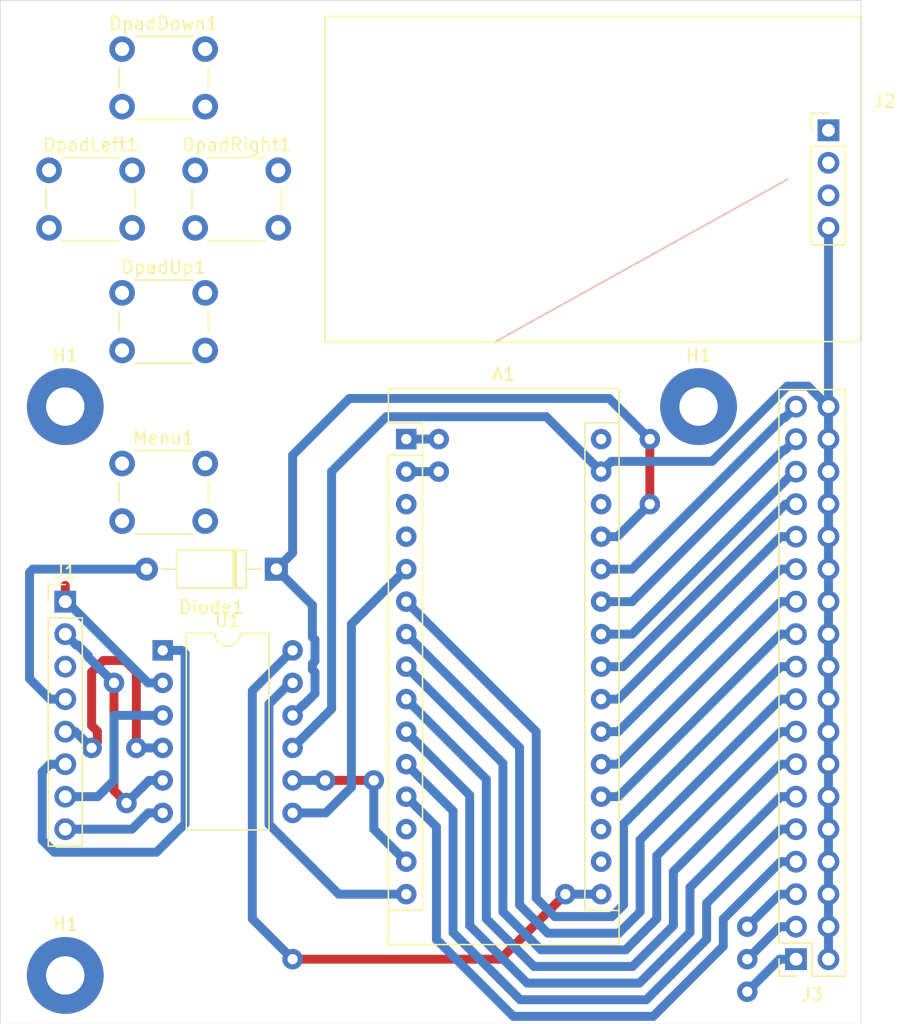
<source format=kicad_pcb>
(kicad_pcb (version 20171130) (host pcbnew "(5.1.4)-1")

  (general
    (thickness 1.6)
    (drawings 10)
    (tracks 209)
    (zones 0)
    (modules 14)
    (nets 52)
  )

  (page A4)
  (layers
    (0 F.Cu signal)
    (31 B.Cu signal)
    (32 B.Adhes user hide)
    (33 F.Adhes user hide)
    (34 B.Paste user hide)
    (35 F.Paste user)
    (36 B.SilkS user hide)
    (37 F.SilkS user)
    (38 B.Mask user hide)
    (39 F.Mask user hide)
    (40 Dwgs.User user hide)
    (41 Cmts.User user hide)
    (42 Eco1.User user hide)
    (43 Eco2.User user hide)
    (44 Edge.Cuts user)
    (45 Margin user)
    (46 B.CrtYd user hide)
    (47 F.CrtYd user hide)
    (48 B.Fab user hide)
    (49 F.Fab user hide)
  )

  (setup
    (last_trace_width 0.25)
    (trace_clearance 0.2)
    (zone_clearance 0.508)
    (zone_45_only no)
    (trace_min 0.2)
    (via_size 0.8)
    (via_drill 0.4)
    (via_min_size 0.4)
    (via_min_drill 0.3)
    (user_via 1.6 0.8)
    (uvia_size 0.3)
    (uvia_drill 0.1)
    (uvias_allowed no)
    (uvia_min_size 0.2)
    (uvia_min_drill 0.1)
    (edge_width 0.05)
    (segment_width 0.2)
    (pcb_text_width 0.3)
    (pcb_text_size 1.5 1.5)
    (mod_edge_width 0.12)
    (mod_text_size 1 1)
    (mod_text_width 0.15)
    (pad_size 1.524 1.524)
    (pad_drill 0.762)
    (pad_to_mask_clearance 0.051)
    (solder_mask_min_width 0.25)
    (aux_axis_origin 0 0)
    (visible_elements 7FFFFFFF)
    (pcbplotparams
      (layerselection 0x010fc_ffffffff)
      (usegerberextensions false)
      (usegerberattributes false)
      (usegerberadvancedattributes false)
      (creategerberjobfile false)
      (excludeedgelayer true)
      (linewidth 0.100000)
      (plotframeref false)
      (viasonmask false)
      (mode 1)
      (useauxorigin false)
      (hpglpennumber 1)
      (hpglpenspeed 20)
      (hpglpendiameter 15.000000)
      (psnegative false)
      (psa4output false)
      (plotreference true)
      (plotvalue true)
      (plotinvisibletext false)
      (padsonsilk false)
      (subtractmaskfromsilk false)
      (outputformat 1)
      (mirror false)
      (drillshape 1)
      (scaleselection 1)
      (outputdirectory ""))
  )

  (net 0 "")
  (net 1 "Net-(A1-Pad16)")
  (net 2 "Net-(A1-Pad15)")
  (net 3 "Net-(A1-Pad30)")
  (net 4 "Net-(A1-Pad14)")
  (net 5 "Net-(A1-Pad28)")
  (net 6 "Net-(A1-Pad26)")
  (net 7 "Net-(A1-Pad25)")
  (net 8 "Net-(A1-Pad24)")
  (net 9 "Net-(A1-Pad23)")
  (net 10 "Net-(A1-Pad22)")
  (net 11 "Net-(A1-Pad21)")
  (net 12 "Net-(A1-Pad5)")
  (net 13 "Net-(A1-Pad20)")
  (net 14 "Net-(A1-Pad4)")
  (net 15 "Net-(A1-Pad19)")
  (net 16 "Net-(A1-Pad3)")
  (net 17 "Net-(A1-Pad18)")
  (net 18 "Net-(A1-Pad17)")
  (net 19 GND)
  (net 20 "Net-(J1-Pad1)")
  (net 21 "Net-(J1-Pad8)")
  (net 22 "Net-(J1-Pad7)")
  (net 23 "Net-(J1-Pad6)")
  (net 24 /1)
  (net 25 "Net-(J1-Pad3)")
  (net 26 "Net-(J1-Pad2)")
  (net 27 /9)
  (net 28 /8)
  (net 29 /7)
  (net 30 /6)
  (net 31 /5)
  (net 32 /4)
  (net 33 /3)
  (net 34 /0)
  (net 35 "Net-(Diode1-Pad2)")
  (net 36 /5V)
  (net 37 /D10)
  (net 38 "Net-(A1-Pad12)")
  (net 39 "Net-(A1-Pad11)")
  (net 40 "Net-(A1-Pad10)")
  (net 41 "Net-(A1-Pad9)")
  (net 42 "Net-(A1-Pad8)")
  (net 43 /TM_D)
  (net 44 /TM_CLK)
  (net 45 /D0)
  (net 46 /D1)
  (net 47 /DP_D)
  (net 48 /DP_L)
  (net 49 /DP_R)
  (net 50 /DP_U)
  (net 51 /DP_M)

  (net_class Default "This is the default net class."
    (clearance 0.2)
    (trace_width 0.25)
    (via_dia 0.8)
    (via_drill 0.4)
    (uvia_dia 0.3)
    (uvia_drill 0.1)
    (add_net /5V)
    (add_net /D0)
    (add_net /D1)
    (add_net /D10)
    (add_net /DP_D)
    (add_net /DP_L)
    (add_net /DP_M)
    (add_net /DP_R)
    (add_net /DP_U)
    (add_net /TM_CLK)
    (add_net /TM_D)
    (add_net "Net-(A1-Pad10)")
    (add_net "Net-(A1-Pad11)")
    (add_net "Net-(A1-Pad12)")
    (add_net "Net-(A1-Pad8)")
    (add_net "Net-(A1-Pad9)")
  )

  (net_class thicker ""
    (clearance 0.6)
    (trace_width 0.7)
    (via_dia 1.6)
    (via_drill 0.8)
    (uvia_dia 0.3)
    (uvia_drill 0.1)
    (add_net /0)
    (add_net /1)
    (add_net /3)
    (add_net /4)
    (add_net /5)
    (add_net /6)
    (add_net /7)
    (add_net /8)
    (add_net /9)
    (add_net GND)
    (add_net "Net-(A1-Pad14)")
    (add_net "Net-(A1-Pad15)")
    (add_net "Net-(A1-Pad16)")
    (add_net "Net-(A1-Pad17)")
    (add_net "Net-(A1-Pad18)")
    (add_net "Net-(A1-Pad19)")
    (add_net "Net-(A1-Pad20)")
    (add_net "Net-(A1-Pad21)")
    (add_net "Net-(A1-Pad22)")
    (add_net "Net-(A1-Pad23)")
    (add_net "Net-(A1-Pad24)")
    (add_net "Net-(A1-Pad25)")
    (add_net "Net-(A1-Pad26)")
    (add_net "Net-(A1-Pad28)")
    (add_net "Net-(A1-Pad3)")
    (add_net "Net-(A1-Pad30)")
    (add_net "Net-(A1-Pad4)")
    (add_net "Net-(A1-Pad5)")
    (add_net "Net-(Diode1-Pad2)")
    (add_net "Net-(J1-Pad1)")
    (add_net "Net-(J1-Pad2)")
    (add_net "Net-(J1-Pad3)")
    (add_net "Net-(J1-Pad6)")
    (add_net "Net-(J1-Pad7)")
    (add_net "Net-(J1-Pad8)")
  )

  (module Button_Switch_THT:SW_PUSH_6mm (layer F.Cu) (tedit 5A02FE31) (tstamp 5E0C2607)
    (at 64.135 71.755)
    (descr https://www.omron.com/ecb/products/pdf/en-b3f.pdf)
    (tags "tact sw push 6mm")
    (path /5E138078)
    (fp_text reference Menu1 (at 3.25 -2) (layer F.SilkS)
      (effects (font (size 1 1) (thickness 0.15)))
    )
    (fp_text value SW_Push (at 3.75 6.7) (layer F.Fab)
      (effects (font (size 1 1) (thickness 0.15)))
    )
    (fp_circle (center 3.25 2.25) (end 1.25 2.5) (layer F.Fab) (width 0.1))
    (fp_line (start 6.75 3) (end 6.75 1.5) (layer F.SilkS) (width 0.12))
    (fp_line (start 5.5 -1) (end 1 -1) (layer F.SilkS) (width 0.12))
    (fp_line (start -0.25 1.5) (end -0.25 3) (layer F.SilkS) (width 0.12))
    (fp_line (start 1 5.5) (end 5.5 5.5) (layer F.SilkS) (width 0.12))
    (fp_line (start 8 -1.25) (end 8 5.75) (layer F.CrtYd) (width 0.05))
    (fp_line (start 7.75 6) (end -1.25 6) (layer F.CrtYd) (width 0.05))
    (fp_line (start -1.5 5.75) (end -1.5 -1.25) (layer F.CrtYd) (width 0.05))
    (fp_line (start -1.25 -1.5) (end 7.75 -1.5) (layer F.CrtYd) (width 0.05))
    (fp_line (start -1.5 6) (end -1.25 6) (layer F.CrtYd) (width 0.05))
    (fp_line (start -1.5 5.75) (end -1.5 6) (layer F.CrtYd) (width 0.05))
    (fp_line (start -1.5 -1.5) (end -1.25 -1.5) (layer F.CrtYd) (width 0.05))
    (fp_line (start -1.5 -1.25) (end -1.5 -1.5) (layer F.CrtYd) (width 0.05))
    (fp_line (start 8 -1.5) (end 8 -1.25) (layer F.CrtYd) (width 0.05))
    (fp_line (start 7.75 -1.5) (end 8 -1.5) (layer F.CrtYd) (width 0.05))
    (fp_line (start 8 6) (end 8 5.75) (layer F.CrtYd) (width 0.05))
    (fp_line (start 7.75 6) (end 8 6) (layer F.CrtYd) (width 0.05))
    (fp_line (start 0.25 -0.75) (end 3.25 -0.75) (layer F.Fab) (width 0.1))
    (fp_line (start 0.25 5.25) (end 0.25 -0.75) (layer F.Fab) (width 0.1))
    (fp_line (start 6.25 5.25) (end 0.25 5.25) (layer F.Fab) (width 0.1))
    (fp_line (start 6.25 -0.75) (end 6.25 5.25) (layer F.Fab) (width 0.1))
    (fp_line (start 3.25 -0.75) (end 6.25 -0.75) (layer F.Fab) (width 0.1))
    (fp_text user %R (at 3.25 2.25) (layer F.Fab)
      (effects (font (size 1 1) (thickness 0.15)))
    )
    (pad 1 thru_hole circle (at 6.5 0 90) (size 2 2) (drill 1.1) (layers *.Cu *.Mask)
      (net 51 /DP_M))
    (pad 2 thru_hole circle (at 6.5 4.5 90) (size 2 2) (drill 1.1) (layers *.Cu *.Mask)
      (net 19 GND))
    (pad 1 thru_hole circle (at 0 0 90) (size 2 2) (drill 1.1) (layers *.Cu *.Mask)
      (net 51 /DP_M))
    (pad 2 thru_hole circle (at 0 4.5 90) (size 2 2) (drill 1.1) (layers *.Cu *.Mask)
      (net 19 GND))
    (model ${KISYS3DMOD}/Button_Switch_THT.3dshapes/SW_PUSH_6mm.wrl
      (at (xyz 0 0 0))
      (scale (xyz 1 1 1))
      (rotate (xyz 0 0 0))
    )
  )

  (module Button_Switch_THT:SW_PUSH_6mm (layer F.Cu) (tedit 5A02FE31) (tstamp 5E0C1ACD)
    (at 64.135 58.42)
    (descr https://www.omron.com/ecb/products/pdf/en-b3f.pdf)
    (tags "tact sw push 6mm")
    (path /5E0EDBBC)
    (fp_text reference DpadUp1 (at 3.25 -2) (layer F.SilkS)
      (effects (font (size 1 1) (thickness 0.15)))
    )
    (fp_text value SW_Push (at 3.75 6.7) (layer F.Fab)
      (effects (font (size 1 1) (thickness 0.15)))
    )
    (fp_circle (center 3.25 2.25) (end 1.25 2.5) (layer F.Fab) (width 0.1))
    (fp_line (start 6.75 3) (end 6.75 1.5) (layer F.SilkS) (width 0.12))
    (fp_line (start 5.5 -1) (end 1 -1) (layer F.SilkS) (width 0.12))
    (fp_line (start -0.25 1.5) (end -0.25 3) (layer F.SilkS) (width 0.12))
    (fp_line (start 1 5.5) (end 5.5 5.5) (layer F.SilkS) (width 0.12))
    (fp_line (start 8 -1.25) (end 8 5.75) (layer F.CrtYd) (width 0.05))
    (fp_line (start 7.75 6) (end -1.25 6) (layer F.CrtYd) (width 0.05))
    (fp_line (start -1.5 5.75) (end -1.5 -1.25) (layer F.CrtYd) (width 0.05))
    (fp_line (start -1.25 -1.5) (end 7.75 -1.5) (layer F.CrtYd) (width 0.05))
    (fp_line (start -1.5 6) (end -1.25 6) (layer F.CrtYd) (width 0.05))
    (fp_line (start -1.5 5.75) (end -1.5 6) (layer F.CrtYd) (width 0.05))
    (fp_line (start -1.5 -1.5) (end -1.25 -1.5) (layer F.CrtYd) (width 0.05))
    (fp_line (start -1.5 -1.25) (end -1.5 -1.5) (layer F.CrtYd) (width 0.05))
    (fp_line (start 8 -1.5) (end 8 -1.25) (layer F.CrtYd) (width 0.05))
    (fp_line (start 7.75 -1.5) (end 8 -1.5) (layer F.CrtYd) (width 0.05))
    (fp_line (start 8 6) (end 8 5.75) (layer F.CrtYd) (width 0.05))
    (fp_line (start 7.75 6) (end 8 6) (layer F.CrtYd) (width 0.05))
    (fp_line (start 0.25 -0.75) (end 3.25 -0.75) (layer F.Fab) (width 0.1))
    (fp_line (start 0.25 5.25) (end 0.25 -0.75) (layer F.Fab) (width 0.1))
    (fp_line (start 6.25 5.25) (end 0.25 5.25) (layer F.Fab) (width 0.1))
    (fp_line (start 6.25 -0.75) (end 6.25 5.25) (layer F.Fab) (width 0.1))
    (fp_line (start 3.25 -0.75) (end 6.25 -0.75) (layer F.Fab) (width 0.1))
    (fp_text user %R (at 3.25 2.25) (layer F.Fab)
      (effects (font (size 1 1) (thickness 0.15)))
    )
    (pad 1 thru_hole circle (at 6.5 0 90) (size 2 2) (drill 1.1) (layers *.Cu *.Mask)
      (net 50 /DP_U))
    (pad 2 thru_hole circle (at 6.5 4.5 90) (size 2 2) (drill 1.1) (layers *.Cu *.Mask)
      (net 19 GND))
    (pad 1 thru_hole circle (at 0 0 90) (size 2 2) (drill 1.1) (layers *.Cu *.Mask)
      (net 50 /DP_U))
    (pad 2 thru_hole circle (at 0 4.5 90) (size 2 2) (drill 1.1) (layers *.Cu *.Mask)
      (net 19 GND))
    (model ${KISYS3DMOD}/Button_Switch_THT.3dshapes/SW_PUSH_6mm.wrl
      (at (xyz 0 0 0))
      (scale (xyz 1 1 1))
      (rotate (xyz 0 0 0))
    )
  )

  (module Button_Switch_THT:SW_PUSH_6mm (layer F.Cu) (tedit 5A02FE31) (tstamp 5E0C1B27)
    (at 69.85 48.84)
    (descr https://www.omron.com/ecb/products/pdf/en-b3f.pdf)
    (tags "tact sw push 6mm")
    (path /5E11D0C2)
    (fp_text reference DpadRight1 (at 3.25 -2) (layer F.SilkS)
      (effects (font (size 1 1) (thickness 0.15)))
    )
    (fp_text value SW_Push (at 3.75 6.7) (layer F.Fab)
      (effects (font (size 1 1) (thickness 0.15)))
    )
    (fp_circle (center 3.25 2.25) (end 1.25 2.5) (layer F.Fab) (width 0.1))
    (fp_line (start 6.75 3) (end 6.75 1.5) (layer F.SilkS) (width 0.12))
    (fp_line (start 5.5 -1) (end 1 -1) (layer F.SilkS) (width 0.12))
    (fp_line (start -0.25 1.5) (end -0.25 3) (layer F.SilkS) (width 0.12))
    (fp_line (start 1 5.5) (end 5.5 5.5) (layer F.SilkS) (width 0.12))
    (fp_line (start 8 -1.25) (end 8 5.75) (layer F.CrtYd) (width 0.05))
    (fp_line (start 7.75 6) (end -1.25 6) (layer F.CrtYd) (width 0.05))
    (fp_line (start -1.5 5.75) (end -1.5 -1.25) (layer F.CrtYd) (width 0.05))
    (fp_line (start -1.25 -1.5) (end 7.75 -1.5) (layer F.CrtYd) (width 0.05))
    (fp_line (start -1.5 6) (end -1.25 6) (layer F.CrtYd) (width 0.05))
    (fp_line (start -1.5 5.75) (end -1.5 6) (layer F.CrtYd) (width 0.05))
    (fp_line (start -1.5 -1.5) (end -1.25 -1.5) (layer F.CrtYd) (width 0.05))
    (fp_line (start -1.5 -1.25) (end -1.5 -1.5) (layer F.CrtYd) (width 0.05))
    (fp_line (start 8 -1.5) (end 8 -1.25) (layer F.CrtYd) (width 0.05))
    (fp_line (start 7.75 -1.5) (end 8 -1.5) (layer F.CrtYd) (width 0.05))
    (fp_line (start 8 6) (end 8 5.75) (layer F.CrtYd) (width 0.05))
    (fp_line (start 7.75 6) (end 8 6) (layer F.CrtYd) (width 0.05))
    (fp_line (start 0.25 -0.75) (end 3.25 -0.75) (layer F.Fab) (width 0.1))
    (fp_line (start 0.25 5.25) (end 0.25 -0.75) (layer F.Fab) (width 0.1))
    (fp_line (start 6.25 5.25) (end 0.25 5.25) (layer F.Fab) (width 0.1))
    (fp_line (start 6.25 -0.75) (end 6.25 5.25) (layer F.Fab) (width 0.1))
    (fp_line (start 3.25 -0.75) (end 6.25 -0.75) (layer F.Fab) (width 0.1))
    (fp_text user %R (at 3.25 2.25) (layer F.Fab)
      (effects (font (size 1 1) (thickness 0.15)))
    )
    (pad 1 thru_hole circle (at 6.5 0 90) (size 2 2) (drill 1.1) (layers *.Cu *.Mask)
      (net 49 /DP_R))
    (pad 2 thru_hole circle (at 6.5 4.5 90) (size 2 2) (drill 1.1) (layers *.Cu *.Mask)
      (net 19 GND))
    (pad 1 thru_hole circle (at 0 0 90) (size 2 2) (drill 1.1) (layers *.Cu *.Mask)
      (net 49 /DP_R))
    (pad 2 thru_hole circle (at 0 4.5 90) (size 2 2) (drill 1.1) (layers *.Cu *.Mask)
      (net 19 GND))
    (model ${KISYS3DMOD}/Button_Switch_THT.3dshapes/SW_PUSH_6mm.wrl
      (at (xyz 0 0 0))
      (scale (xyz 1 1 1))
      (rotate (xyz 0 0 0))
    )
  )

  (module Button_Switch_THT:SW_PUSH_6mm (layer F.Cu) (tedit 5A02FE31) (tstamp 5E0C1A73)
    (at 58.42 48.84)
    (descr https://www.omron.com/ecb/products/pdf/en-b3f.pdf)
    (tags "tact sw push 6mm")
    (path /5E11D0BC)
    (fp_text reference DpadLeft1 (at 3.25 -2) (layer F.SilkS)
      (effects (font (size 1 1) (thickness 0.15)))
    )
    (fp_text value SW_Push (at 3.75 6.7) (layer F.Fab)
      (effects (font (size 1 1) (thickness 0.15)))
    )
    (fp_circle (center 3.25 2.25) (end 1.25 2.5) (layer F.Fab) (width 0.1))
    (fp_line (start 6.75 3) (end 6.75 1.5) (layer F.SilkS) (width 0.12))
    (fp_line (start 5.5 -1) (end 1 -1) (layer F.SilkS) (width 0.12))
    (fp_line (start -0.25 1.5) (end -0.25 3) (layer F.SilkS) (width 0.12))
    (fp_line (start 1 5.5) (end 5.5 5.5) (layer F.SilkS) (width 0.12))
    (fp_line (start 8 -1.25) (end 8 5.75) (layer F.CrtYd) (width 0.05))
    (fp_line (start 7.75 6) (end -1.25 6) (layer F.CrtYd) (width 0.05))
    (fp_line (start -1.5 5.75) (end -1.5 -1.25) (layer F.CrtYd) (width 0.05))
    (fp_line (start -1.25 -1.5) (end 7.75 -1.5) (layer F.CrtYd) (width 0.05))
    (fp_line (start -1.5 6) (end -1.25 6) (layer F.CrtYd) (width 0.05))
    (fp_line (start -1.5 5.75) (end -1.5 6) (layer F.CrtYd) (width 0.05))
    (fp_line (start -1.5 -1.5) (end -1.25 -1.5) (layer F.CrtYd) (width 0.05))
    (fp_line (start -1.5 -1.25) (end -1.5 -1.5) (layer F.CrtYd) (width 0.05))
    (fp_line (start 8 -1.5) (end 8 -1.25) (layer F.CrtYd) (width 0.05))
    (fp_line (start 7.75 -1.5) (end 8 -1.5) (layer F.CrtYd) (width 0.05))
    (fp_line (start 8 6) (end 8 5.75) (layer F.CrtYd) (width 0.05))
    (fp_line (start 7.75 6) (end 8 6) (layer F.CrtYd) (width 0.05))
    (fp_line (start 0.25 -0.75) (end 3.25 -0.75) (layer F.Fab) (width 0.1))
    (fp_line (start 0.25 5.25) (end 0.25 -0.75) (layer F.Fab) (width 0.1))
    (fp_line (start 6.25 5.25) (end 0.25 5.25) (layer F.Fab) (width 0.1))
    (fp_line (start 6.25 -0.75) (end 6.25 5.25) (layer F.Fab) (width 0.1))
    (fp_line (start 3.25 -0.75) (end 6.25 -0.75) (layer F.Fab) (width 0.1))
    (fp_text user %R (at 3.25 2.25) (layer F.Fab)
      (effects (font (size 1 1) (thickness 0.15)))
    )
    (pad 1 thru_hole circle (at 6.5 0 90) (size 2 2) (drill 1.1) (layers *.Cu *.Mask)
      (net 48 /DP_L))
    (pad 2 thru_hole circle (at 6.5 4.5 90) (size 2 2) (drill 1.1) (layers *.Cu *.Mask)
      (net 19 GND))
    (pad 1 thru_hole circle (at 0 0 90) (size 2 2) (drill 1.1) (layers *.Cu *.Mask)
      (net 48 /DP_L))
    (pad 2 thru_hole circle (at 0 4.5 90) (size 2 2) (drill 1.1) (layers *.Cu *.Mask)
      (net 19 GND))
    (model ${KISYS3DMOD}/Button_Switch_THT.3dshapes/SW_PUSH_6mm.wrl
      (at (xyz 0 0 0))
      (scale (xyz 1 1 1))
      (rotate (xyz 0 0 0))
    )
  )

  (module Button_Switch_THT:SW_PUSH_6mm (layer F.Cu) (tedit 5A02FE31) (tstamp 5E0C1B81)
    (at 64.135 39.37)
    (descr https://www.omron.com/ecb/products/pdf/en-b3f.pdf)
    (tags "tact sw push 6mm")
    (path /5E118348)
    (fp_text reference DpadDown1 (at 3.25 -2) (layer F.SilkS)
      (effects (font (size 1 1) (thickness 0.15)))
    )
    (fp_text value SW_Push (at 3.75 6.7) (layer F.Fab)
      (effects (font (size 1 1) (thickness 0.15)))
    )
    (fp_circle (center 3.25 2.25) (end 1.25 2.5) (layer F.Fab) (width 0.1))
    (fp_line (start 6.75 3) (end 6.75 1.5) (layer F.SilkS) (width 0.12))
    (fp_line (start 5.5 -1) (end 1 -1) (layer F.SilkS) (width 0.12))
    (fp_line (start -0.25 1.5) (end -0.25 3) (layer F.SilkS) (width 0.12))
    (fp_line (start 1 5.5) (end 5.5 5.5) (layer F.SilkS) (width 0.12))
    (fp_line (start 8 -1.25) (end 8 5.75) (layer F.CrtYd) (width 0.05))
    (fp_line (start 7.75 6) (end -1.25 6) (layer F.CrtYd) (width 0.05))
    (fp_line (start -1.5 5.75) (end -1.5 -1.25) (layer F.CrtYd) (width 0.05))
    (fp_line (start -1.25 -1.5) (end 7.75 -1.5) (layer F.CrtYd) (width 0.05))
    (fp_line (start -1.5 6) (end -1.25 6) (layer F.CrtYd) (width 0.05))
    (fp_line (start -1.5 5.75) (end -1.5 6) (layer F.CrtYd) (width 0.05))
    (fp_line (start -1.5 -1.5) (end -1.25 -1.5) (layer F.CrtYd) (width 0.05))
    (fp_line (start -1.5 -1.25) (end -1.5 -1.5) (layer F.CrtYd) (width 0.05))
    (fp_line (start 8 -1.5) (end 8 -1.25) (layer F.CrtYd) (width 0.05))
    (fp_line (start 7.75 -1.5) (end 8 -1.5) (layer F.CrtYd) (width 0.05))
    (fp_line (start 8 6) (end 8 5.75) (layer F.CrtYd) (width 0.05))
    (fp_line (start 7.75 6) (end 8 6) (layer F.CrtYd) (width 0.05))
    (fp_line (start 0.25 -0.75) (end 3.25 -0.75) (layer F.Fab) (width 0.1))
    (fp_line (start 0.25 5.25) (end 0.25 -0.75) (layer F.Fab) (width 0.1))
    (fp_line (start 6.25 5.25) (end 0.25 5.25) (layer F.Fab) (width 0.1))
    (fp_line (start 6.25 -0.75) (end 6.25 5.25) (layer F.Fab) (width 0.1))
    (fp_line (start 3.25 -0.75) (end 6.25 -0.75) (layer F.Fab) (width 0.1))
    (fp_text user %R (at 3.25 2.25) (layer F.Fab)
      (effects (font (size 1 1) (thickness 0.15)))
    )
    (pad 1 thru_hole circle (at 6.5 0 90) (size 2 2) (drill 1.1) (layers *.Cu *.Mask)
      (net 47 /DP_D))
    (pad 2 thru_hole circle (at 6.5 4.5 90) (size 2 2) (drill 1.1) (layers *.Cu *.Mask)
      (net 19 GND))
    (pad 1 thru_hole circle (at 0 0 90) (size 2 2) (drill 1.1) (layers *.Cu *.Mask)
      (net 47 /DP_D))
    (pad 2 thru_hole circle (at 0 4.5 90) (size 2 2) (drill 1.1) (layers *.Cu *.Mask)
      (net 19 GND))
    (model ${KISYS3DMOD}/Button_Switch_THT.3dshapes/SW_PUSH_6mm.wrl
      (at (xyz 0 0 0))
      (scale (xyz 1 1 1))
      (rotate (xyz 0 0 0))
    )
  )

  (module Connector_PinHeader_2.54mm:PinHeader_1x04_P2.54mm_Vertical (layer F.Cu) (tedit 59FED5CC) (tstamp 5E0B9D25)
    (at 119.38 45.72)
    (descr "Through hole straight pin header, 1x04, 2.54mm pitch, single row")
    (tags "Through hole pin header THT 1x04 2.54mm single row")
    (path /5E0D2281)
    (fp_text reference J2 (at 4.385 -2.27) (layer F.SilkS)
      (effects (font (size 1 1) (thickness 0.15)))
    )
    (fp_text value "TM1637 4 digit Display connector" (at 4.385 9.89) (layer F.Fab)
      (effects (font (size 1 1) (thickness 0.15)))
    )
    (fp_text user %R (at 2.77 3.81 90) (layer F.Fab)
      (effects (font (size 1 1) (thickness 0.15)))
    )
    (fp_line (start 1.8 -1.8) (end -1.8 -1.8) (layer F.CrtYd) (width 0.05))
    (fp_line (start 1.8 9.4) (end 1.8 -1.8) (layer F.CrtYd) (width 0.05))
    (fp_line (start -1.8 9.4) (end 1.8 9.4) (layer F.CrtYd) (width 0.05))
    (fp_line (start -1.8 -1.8) (end -1.8 9.4) (layer F.CrtYd) (width 0.05))
    (fp_line (start -1.33 -1.33) (end 0 -1.33) (layer F.SilkS) (width 0.12))
    (fp_line (start -1.33 0) (end -1.33 -1.33) (layer F.SilkS) (width 0.12))
    (fp_line (start -1.33 1.27) (end 1.33 1.27) (layer F.SilkS) (width 0.12))
    (fp_line (start 1.33 1.27) (end 1.33 8.95) (layer F.SilkS) (width 0.12))
    (fp_line (start -1.33 1.27) (end -1.33 8.95) (layer F.SilkS) (width 0.12))
    (fp_line (start -1.33 8.95) (end 1.33 8.95) (layer F.SilkS) (width 0.12))
    (fp_line (start -1.27 -0.635) (end -0.635 -1.27) (layer F.Fab) (width 0.1))
    (fp_line (start -1.27 8.89) (end -1.27 -0.635) (layer F.Fab) (width 0.1))
    (fp_line (start 1.27 8.89) (end -1.27 8.89) (layer F.Fab) (width 0.1))
    (fp_line (start 1.27 -1.27) (end 1.27 8.89) (layer F.Fab) (width 0.1))
    (fp_line (start -0.635 -1.27) (end 1.27 -1.27) (layer F.Fab) (width 0.1))
    (pad 4 thru_hole oval (at 0 7.62) (size 1.7 1.7) (drill 1) (layers *.Cu *.Mask)
      (net 19 GND))
    (pad 3 thru_hole oval (at 0 5.08) (size 1.7 1.7) (drill 1) (layers *.Cu *.Mask)
      (net 36 /5V))
    (pad 2 thru_hole oval (at 0 2.54) (size 1.7 1.7) (drill 1) (layers *.Cu *.Mask)
      (net 43 /TM_D))
    (pad 1 thru_hole rect (at 0 0) (size 1.7 1.7) (drill 1) (layers *.Cu *.Mask)
      (net 44 /TM_CLK))
    (model ${KISYS3DMOD}/Connector_PinHeader_2.54mm.3dshapes/PinHeader_1x04_P2.54mm_Vertical.wrl
      (at (xyz 0 0 0))
      (scale (xyz 1 1 1))
      (rotate (xyz 0 0 0))
    )
  )

  (module Package_DIP:DIP-12_W10.16mm (layer F.Cu) (tedit 5E03DC60) (tstamp 5E03EF43)
    (at 67.31 86.36)
    (descr "12-lead though-hole mounted DIP package, row spacing 10.16 mm (400 mils)")
    (tags "THT DIP DIL PDIP 2.54mm 10.16mm 400mil")
    (path /5E047133)
    (fp_text reference U1 (at 5.08 -2.33) (layer F.SilkS)
      (effects (font (size 1 1) (thickness 0.15)))
    )
    (fp_text value Simple_Chinese_Logic_level_shifter (at 5.08 15.03) (layer F.Fab)
      (effects (font (size 1 1) (thickness 0.15)))
    )
    (fp_text user %R (at 5.08 6.35) (layer F.Fab)
      (effects (font (size 1 1) (thickness 0.15)))
    )
    (fp_line (start 11.25 -1.55) (end -1.05 -1.55) (layer F.CrtYd) (width 0.05))
    (fp_line (start 11.25 14.25) (end 11.25 -1.55) (layer F.CrtYd) (width 0.05))
    (fp_line (start -1.05 14.25) (end 11.25 14.25) (layer F.CrtYd) (width 0.05))
    (fp_line (start -1.05 -1.55) (end -1.05 14.25) (layer F.CrtYd) (width 0.05))
    (fp_line (start 8.315 -1.33) (end 6.08 -1.33) (layer F.SilkS) (width 0.12))
    (fp_line (start 8.315 14.03) (end 8.315 -1.33) (layer F.SilkS) (width 0.12))
    (fp_line (start 1.845 14.03) (end 8.315 14.03) (layer F.SilkS) (width 0.12))
    (fp_line (start 1.845 -1.33) (end 1.845 14.03) (layer F.SilkS) (width 0.12))
    (fp_line (start 4.08 -1.33) (end 1.845 -1.33) (layer F.SilkS) (width 0.12))
    (fp_line (start 1.905 -0.27) (end 2.905 -1.27) (layer F.Fab) (width 0.1))
    (fp_line (start 1.905 13.97) (end 1.905 -0.27) (layer F.Fab) (width 0.1))
    (fp_line (start 8.255 13.97) (end 1.905 13.97) (layer F.Fab) (width 0.1))
    (fp_line (start 8.255 -1.27) (end 8.255 13.97) (layer F.Fab) (width 0.1))
    (fp_line (start 2.905 -1.27) (end 8.255 -1.27) (layer F.Fab) (width 0.1))
    (fp_arc (start 5.08 -1.33) (end 4.08 -1.33) (angle -180) (layer F.SilkS) (width 0.12))
    (pad 10 thru_hole oval (at 10.16 0) (size 1.6 1.6) (drill 0.8) (layers *.Cu *.Mask)
      (net 1 "Net-(A1-Pad16)"))
    (pad 5 thru_hole oval (at 0 12.7) (size 1.6 1.6) (drill 0.8) (layers *.Cu *.Mask)
      (net 21 "Net-(J1-Pad8)"))
    (pad 9 thru_hole oval (at 10.16 2.54) (size 1.6 1.6) (drill 0.8) (layers *.Cu *.Mask)
      (net 2 "Net-(A1-Pad15)"))
    (pad 4 thru_hole oval (at 0 10.16) (size 1.6 1.6) (drill 0.8) (layers *.Cu *.Mask)
      (net 26 "Net-(J1-Pad2)"))
    (pad 11 thru_hole oval (at 10.16 5.08) (size 1.6 1.6) (drill 0.8) (layers *.Cu *.Mask)
      (net 36 /5V))
    (pad 12 thru_hole oval (at 0 7.62) (size 1.6 1.6) (drill 0.8) (layers *.Cu *.Mask)
      (net 25 "Net-(J1-Pad3)"))
    (pad 6 thru_hole oval (at 10.16 7.62) (size 1.6 1.6) (drill 0.8) (layers *.Cu *.Mask)
      (net 19 GND))
    (pad 1 thru_hole oval (at 0 5.08) (size 1.6 1.6) (drill 0.8) (layers *.Cu *.Mask)
      (net 22 "Net-(J1-Pad7)"))
    (pad 8 thru_hole oval (at 10.16 10.16) (size 1.6 1.6) (drill 0.8) (layers *.Cu *.Mask)
      (net 4 "Net-(A1-Pad14)"))
    (pad 3 thru_hole oval (at 0 2.54) (size 1.6 1.6) (drill 0.8) (layers *.Cu *.Mask)
      (net 20 "Net-(J1-Pad1)"))
    (pad 7 thru_hole oval (at 10.16 12.7) (size 1.6 1.6) (drill 0.8) (layers *.Cu *.Mask)
      (net 12 "Net-(A1-Pad5)"))
    (pad 2 thru_hole rect (at 0 0) (size 1.6 1.6) (drill 0.8) (layers *.Cu *.Mask)
      (net 23 "Net-(J1-Pad6)"))
    (model ${KISYS3DMOD}/Package_DIP.3dshapes/DIP-12_W10.16mm.wrl
      (at (xyz 0 0 0))
      (scale (xyz 1 1 1))
      (rotate (xyz 0 0 0))
    )
  )

  (module MountingHole:MountingHole_3mm_Pad (layer F.Cu) (tedit 56D1B4CB) (tstamp 5E0407E3)
    (at 109.22 67.31)
    (descr "Mounting Hole 3mm")
    (tags "mounting hole 3mm")
    (path /5E0476DF)
    (attr virtual)
    (fp_text reference H1 (at 0 -4) (layer F.SilkS)
      (effects (font (size 1 1) (thickness 0.15)))
    )
    (fp_text value MountingHole (at 0 4) (layer F.Fab)
      (effects (font (size 1 1) (thickness 0.15)))
    )
    (fp_circle (center 0 0) (end 3.25 0) (layer F.CrtYd) (width 0.05))
    (fp_circle (center 0 0) (end 3 0) (layer Cmts.User) (width 0.15))
    (fp_text user %R (at 0.3 0) (layer F.Fab)
      (effects (font (size 1 1) (thickness 0.15)))
    )
    (pad 1 thru_hole circle (at 0 0) (size 6 6) (drill 3) (layers *.Cu *.Mask))
  )

  (module MountingHole:MountingHole_3mm_Pad (layer F.Cu) (tedit 56D1B4CB) (tstamp 5E04106A)
    (at 59.69 111.76)
    (descr "Mounting Hole 3mm")
    (tags "mounting hole 3mm")
    (path /5E0476DF)
    (attr virtual)
    (fp_text reference H1 (at 0 -4) (layer F.SilkS)
      (effects (font (size 1 1) (thickness 0.15)))
    )
    (fp_text value MountingHole (at 0 4) (layer F.Fab)
      (effects (font (size 1 1) (thickness 0.15)))
    )
    (fp_text user %R (at 0.3 0) (layer F.Fab)
      (effects (font (size 1 1) (thickness 0.15)))
    )
    (fp_circle (center 0 0) (end 3 0) (layer Cmts.User) (width 0.15))
    (fp_circle (center 0 0) (end 3.25 0) (layer F.CrtYd) (width 0.05))
    (pad 1 thru_hole circle (at 0 0) (size 6 6) (drill 3) (layers *.Cu *.Mask))
  )

  (module MountingHole:MountingHole_3mm_Pad (layer F.Cu) (tedit 56D1B4CB) (tstamp 5E041095)
    (at 59.69 67.31)
    (descr "Mounting Hole 3mm")
    (tags "mounting hole 3mm")
    (path /5E0476DF)
    (attr virtual)
    (fp_text reference H1 (at 0 -4) (layer F.SilkS)
      (effects (font (size 1 1) (thickness 0.15)))
    )
    (fp_text value MountingHole (at 0 4) (layer F.Fab)
      (effects (font (size 1 1) (thickness 0.15)))
    )
    (fp_circle (center 0 0) (end 3.25 0) (layer F.CrtYd) (width 0.05))
    (fp_circle (center 0 0) (end 3 0) (layer Cmts.User) (width 0.15))
    (fp_text user %R (at 0.3 0) (layer F.Fab)
      (effects (font (size 1 1) (thickness 0.15)))
    )
    (pad 1 thru_hole circle (at 0 0) (size 6 6) (drill 3) (layers *.Cu *.Mask))
  )

  (module Module:Arduino_Nano (layer F.Cu) (tedit 58ACAF70) (tstamp 5E03D6D0)
    (at 86.36 69.85)
    (descr "Arduino Nano, http://www.mouser.com/pdfdocs/Gravitech_Arduino_Nano3_0.pdf")
    (tags "Arduino Nano")
    (path /5E03D530)
    (fp_text reference A1 (at 7.62 -5.08) (layer F.SilkS)
      (effects (font (size 1 1) (thickness 0.15)))
    )
    (fp_text value Arduino_Nano_v3.x (at 8.89 19.05 90) (layer F.Fab)
      (effects (font (size 1 1) (thickness 0.15)))
    )
    (fp_line (start 16.75 42.16) (end -1.53 42.16) (layer F.CrtYd) (width 0.05))
    (fp_line (start 16.75 42.16) (end 16.75 -4.06) (layer F.CrtYd) (width 0.05))
    (fp_line (start -1.53 -4.06) (end -1.53 42.16) (layer F.CrtYd) (width 0.05))
    (fp_line (start -1.53 -4.06) (end 16.75 -4.06) (layer F.CrtYd) (width 0.05))
    (fp_line (start 16.51 -3.81) (end 16.51 39.37) (layer F.Fab) (width 0.1))
    (fp_line (start 0 -3.81) (end 16.51 -3.81) (layer F.Fab) (width 0.1))
    (fp_line (start -1.27 -2.54) (end 0 -3.81) (layer F.Fab) (width 0.1))
    (fp_line (start -1.27 39.37) (end -1.27 -2.54) (layer F.Fab) (width 0.1))
    (fp_line (start 16.51 39.37) (end -1.27 39.37) (layer F.Fab) (width 0.1))
    (fp_line (start 16.64 -3.94) (end -1.4 -3.94) (layer F.SilkS) (width 0.12))
    (fp_line (start 16.64 39.5) (end 16.64 -3.94) (layer F.SilkS) (width 0.12))
    (fp_line (start -1.4 39.5) (end 16.64 39.5) (layer F.SilkS) (width 0.12))
    (fp_line (start 3.81 41.91) (end 3.81 31.75) (layer F.Fab) (width 0.1))
    (fp_line (start 11.43 41.91) (end 3.81 41.91) (layer F.Fab) (width 0.1))
    (fp_line (start 11.43 31.75) (end 11.43 41.91) (layer F.Fab) (width 0.1))
    (fp_line (start 3.81 31.75) (end 11.43 31.75) (layer F.Fab) (width 0.1))
    (fp_line (start 1.27 36.83) (end -1.4 36.83) (layer F.SilkS) (width 0.12))
    (fp_line (start 1.27 1.27) (end 1.27 36.83) (layer F.SilkS) (width 0.12))
    (fp_line (start 1.27 1.27) (end -1.4 1.27) (layer F.SilkS) (width 0.12))
    (fp_line (start 13.97 36.83) (end 16.64 36.83) (layer F.SilkS) (width 0.12))
    (fp_line (start 13.97 -1.27) (end 13.97 36.83) (layer F.SilkS) (width 0.12))
    (fp_line (start 13.97 -1.27) (end 16.64 -1.27) (layer F.SilkS) (width 0.12))
    (fp_line (start -1.4 -3.94) (end -1.4 -1.27) (layer F.SilkS) (width 0.12))
    (fp_line (start -1.4 1.27) (end -1.4 39.5) (layer F.SilkS) (width 0.12))
    (fp_line (start 1.27 -1.27) (end -1.4 -1.27) (layer F.SilkS) (width 0.12))
    (fp_line (start 1.27 1.27) (end 1.27 -1.27) (layer F.SilkS) (width 0.12))
    (fp_text user %R (at 6.35 19.05 90) (layer F.Fab)
      (effects (font (size 1 1) (thickness 0.15)))
    )
    (pad 16 thru_hole oval (at 15.24 35.56) (size 1.6 1.6) (drill 0.8) (layers *.Cu *.Mask)
      (net 1 "Net-(A1-Pad16)"))
    (pad 15 thru_hole oval (at 0 35.56) (size 1.6 1.6) (drill 0.8) (layers *.Cu *.Mask)
      (net 2 "Net-(A1-Pad15)"))
    (pad 30 thru_hole oval (at 15.24 0) (size 1.6 1.6) (drill 0.8) (layers *.Cu *.Mask)
      (net 3 "Net-(A1-Pad30)"))
    (pad 14 thru_hole oval (at 0 33.02) (size 1.6 1.6) (drill 0.8) (layers *.Cu *.Mask)
      (net 4 "Net-(A1-Pad14)"))
    (pad 29 thru_hole oval (at 15.24 2.54) (size 1.6 1.6) (drill 0.8) (layers *.Cu *.Mask)
      (net 19 GND))
    (pad 13 thru_hole oval (at 0 30.48) (size 1.6 1.6) (drill 0.8) (layers *.Cu *.Mask)
      (net 37 /D10))
    (pad 28 thru_hole oval (at 15.24 5.08) (size 1.6 1.6) (drill 0.8) (layers *.Cu *.Mask)
      (net 5 "Net-(A1-Pad28)"))
    (pad 12 thru_hole oval (at 0 27.94) (size 1.6 1.6) (drill 0.8) (layers *.Cu *.Mask)
      (net 38 "Net-(A1-Pad12)"))
    (pad 27 thru_hole oval (at 15.24 7.62) (size 1.6 1.6) (drill 0.8) (layers *.Cu *.Mask)
      (net 36 /5V))
    (pad 11 thru_hole oval (at 0 25.4) (size 1.6 1.6) (drill 0.8) (layers *.Cu *.Mask)
      (net 39 "Net-(A1-Pad11)"))
    (pad 26 thru_hole oval (at 15.24 10.16) (size 1.6 1.6) (drill 0.8) (layers *.Cu *.Mask)
      (net 6 "Net-(A1-Pad26)"))
    (pad 10 thru_hole oval (at 0 22.86) (size 1.6 1.6) (drill 0.8) (layers *.Cu *.Mask)
      (net 40 "Net-(A1-Pad10)"))
    (pad 25 thru_hole oval (at 15.24 12.7) (size 1.6 1.6) (drill 0.8) (layers *.Cu *.Mask)
      (net 7 "Net-(A1-Pad25)"))
    (pad 9 thru_hole oval (at 0 20.32) (size 1.6 1.6) (drill 0.8) (layers *.Cu *.Mask)
      (net 41 "Net-(A1-Pad9)"))
    (pad 24 thru_hole oval (at 15.24 15.24) (size 1.6 1.6) (drill 0.8) (layers *.Cu *.Mask)
      (net 8 "Net-(A1-Pad24)"))
    (pad 8 thru_hole oval (at 0 17.78) (size 1.6 1.6) (drill 0.8) (layers *.Cu *.Mask)
      (net 42 "Net-(A1-Pad8)"))
    (pad 23 thru_hole oval (at 15.24 17.78) (size 1.6 1.6) (drill 0.8) (layers *.Cu *.Mask)
      (net 9 "Net-(A1-Pad23)"))
    (pad 7 thru_hole oval (at 0 15.24) (size 1.6 1.6) (drill 0.8) (layers *.Cu *.Mask)
      (net 43 /TM_D))
    (pad 22 thru_hole oval (at 15.24 20.32) (size 1.6 1.6) (drill 0.8) (layers *.Cu *.Mask)
      (net 10 "Net-(A1-Pad22)"))
    (pad 6 thru_hole oval (at 0 12.7) (size 1.6 1.6) (drill 0.8) (layers *.Cu *.Mask)
      (net 44 /TM_CLK))
    (pad 21 thru_hole oval (at 15.24 22.86) (size 1.6 1.6) (drill 0.8) (layers *.Cu *.Mask)
      (net 11 "Net-(A1-Pad21)"))
    (pad 5 thru_hole oval (at 0 10.16) (size 1.6 1.6) (drill 0.8) (layers *.Cu *.Mask)
      (net 12 "Net-(A1-Pad5)"))
    (pad 20 thru_hole oval (at 15.24 25.4) (size 1.6 1.6) (drill 0.8) (layers *.Cu *.Mask)
      (net 13 "Net-(A1-Pad20)"))
    (pad 4 thru_hole oval (at 0 7.62) (size 1.6 1.6) (drill 0.8) (layers *.Cu *.Mask)
      (net 14 "Net-(A1-Pad4)"))
    (pad 19 thru_hole oval (at 15.24 27.94) (size 1.6 1.6) (drill 0.8) (layers *.Cu *.Mask)
      (net 15 "Net-(A1-Pad19)"))
    (pad 3 thru_hole oval (at 0 5.08) (size 1.6 1.6) (drill 0.8) (layers *.Cu *.Mask)
      (net 16 "Net-(A1-Pad3)"))
    (pad 18 thru_hole oval (at 15.24 30.48) (size 1.6 1.6) (drill 0.8) (layers *.Cu *.Mask)
      (net 17 "Net-(A1-Pad18)"))
    (pad 2 thru_hole oval (at 0 2.54) (size 1.6 1.6) (drill 0.8) (layers *.Cu *.Mask)
      (net 45 /D0))
    (pad 17 thru_hole oval (at 15.24 33.02) (size 1.6 1.6) (drill 0.8) (layers *.Cu *.Mask)
      (net 18 "Net-(A1-Pad17)"))
    (pad 1 thru_hole rect (at 0 0) (size 1.6 1.6) (drill 0.8) (layers *.Cu *.Mask)
      (net 46 /D1))
    (model ${KISYS3DMOD}/Module.3dshapes/Arduino_Nano_WithMountingHoles.wrl
      (at (xyz 0 0 0))
      (scale (xyz 1 1 1))
      (rotate (xyz 0 0 0))
    )
  )

  (module Diode_THT:D_A-405_P10.16mm_Horizontal (layer F.Cu) (tedit 5AE50CD5) (tstamp 5E04756F)
    (at 76.2 80.01 180)
    (descr "Diode, A-405 series, Axial, Horizontal, pin pitch=10.16mm, , length*diameter=5.2*2.7mm^2, , http://www.diodes.com/_files/packages/A-405.pdf")
    (tags "Diode A-405 series Axial Horizontal pin pitch 10.16mm  length 5.2mm diameter 2.7mm")
    (path /5E0EED80)
    (fp_text reference Diode1 (at 5.08 -2.97) (layer F.SilkS)
      (effects (font (size 1 1) (thickness 0.15)))
    )
    (fp_text value . (at 5.08 2.97) (layer F.Fab)
      (effects (font (size 1 1) (thickness 0.15)))
    )
    (fp_text user K (at 0 -2.4) (layer F.Fab)
      (effects (font (size 1 1) (thickness 0.15)))
    )
    (fp_text user K (at 0 -1.9) (layer F.Fab)
      (effects (font (size 1 1) (thickness 0.15)))
    )
    (fp_text user %R (at 5.7475 0) (layer F.Fab)
      (effects (font (size 1 1) (thickness 0.15)))
    )
    (fp_line (start 11.31 -1.6) (end -1.15 -1.6) (layer F.CrtYd) (width 0.05))
    (fp_line (start 11.31 1.6) (end 11.31 -1.6) (layer F.CrtYd) (width 0.05))
    (fp_line (start -1.15 1.6) (end 11.31 1.6) (layer F.CrtYd) (width 0.05))
    (fp_line (start -1.15 -1.6) (end -1.15 1.6) (layer F.CrtYd) (width 0.05))
    (fp_line (start 3.14 -1.47) (end 3.14 1.47) (layer F.SilkS) (width 0.12))
    (fp_line (start 3.38 -1.47) (end 3.38 1.47) (layer F.SilkS) (width 0.12))
    (fp_line (start 3.26 -1.47) (end 3.26 1.47) (layer F.SilkS) (width 0.12))
    (fp_line (start 9.02 0) (end 7.8 0) (layer F.SilkS) (width 0.12))
    (fp_line (start 1.14 0) (end 2.36 0) (layer F.SilkS) (width 0.12))
    (fp_line (start 7.8 -1.47) (end 2.36 -1.47) (layer F.SilkS) (width 0.12))
    (fp_line (start 7.8 1.47) (end 7.8 -1.47) (layer F.SilkS) (width 0.12))
    (fp_line (start 2.36 1.47) (end 7.8 1.47) (layer F.SilkS) (width 0.12))
    (fp_line (start 2.36 -1.47) (end 2.36 1.47) (layer F.SilkS) (width 0.12))
    (fp_line (start 3.16 -1.35) (end 3.16 1.35) (layer F.Fab) (width 0.1))
    (fp_line (start 3.36 -1.35) (end 3.36 1.35) (layer F.Fab) (width 0.1))
    (fp_line (start 3.26 -1.35) (end 3.26 1.35) (layer F.Fab) (width 0.1))
    (fp_line (start 10.16 0) (end 7.68 0) (layer F.Fab) (width 0.1))
    (fp_line (start 0 0) (end 2.48 0) (layer F.Fab) (width 0.1))
    (fp_line (start 7.68 -1.35) (end 2.48 -1.35) (layer F.Fab) (width 0.1))
    (fp_line (start 7.68 1.35) (end 7.68 -1.35) (layer F.Fab) (width 0.1))
    (fp_line (start 2.48 1.35) (end 7.68 1.35) (layer F.Fab) (width 0.1))
    (fp_line (start 2.48 -1.35) (end 2.48 1.35) (layer F.Fab) (width 0.1))
    (pad 2 thru_hole oval (at 10.16 0 180) (size 1.8 1.8) (drill 0.9) (layers *.Cu *.Mask)
      (net 35 "Net-(Diode1-Pad2)"))
    (pad 1 thru_hole rect (at 0 0 180) (size 1.8 1.8) (drill 0.9) (layers *.Cu *.Mask)
      (net 36 /5V))
    (model ${KISYS3DMOD}/Diode_THT.3dshapes/D_A-405_P10.16mm_Horizontal.wrl
      (at (xyz 0 0 0))
      (scale (xyz 1 1 1))
      (rotate (xyz 0 0 0))
    )
  )

  (module Connector_PinSocket_2.54mm:PinSocket_2x18_P2.54mm_Vertical (layer F.Cu) (tedit 5A19A42A) (tstamp 5E044811)
    (at 116.84 110.49 180)
    (descr "Through hole straight socket strip, 2x18, 2.54mm pitch, double cols (from Kicad 4.0.7), script generated")
    (tags "Through hole socket strip THT 2x18 2.54mm double row")
    (path /5E0993EB)
    (fp_text reference J3 (at -1.27 -2.77) (layer F.SilkS)
      (effects (font (size 1 1) (thickness 0.15)))
    )
    (fp_text value Conn_02x18_Odd_Even (at -1.27 45.95) (layer F.Fab)
      (effects (font (size 1 1) (thickness 0.15)))
    )
    (fp_text user %R (at -1.27 21.59 90) (layer F.Fab)
      (effects (font (size 1 1) (thickness 0.15)))
    )
    (fp_line (start -4.34 44.95) (end -4.34 -1.8) (layer F.CrtYd) (width 0.05))
    (fp_line (start 1.76 44.95) (end -4.34 44.95) (layer F.CrtYd) (width 0.05))
    (fp_line (start 1.76 -1.8) (end 1.76 44.95) (layer F.CrtYd) (width 0.05))
    (fp_line (start -4.34 -1.8) (end 1.76 -1.8) (layer F.CrtYd) (width 0.05))
    (fp_line (start 0 -1.33) (end 1.33 -1.33) (layer F.SilkS) (width 0.12))
    (fp_line (start 1.33 -1.33) (end 1.33 0) (layer F.SilkS) (width 0.12))
    (fp_line (start -1.27 -1.33) (end -1.27 1.27) (layer F.SilkS) (width 0.12))
    (fp_line (start -1.27 1.27) (end 1.33 1.27) (layer F.SilkS) (width 0.12))
    (fp_line (start 1.33 1.27) (end 1.33 44.51) (layer F.SilkS) (width 0.12))
    (fp_line (start -3.87 44.51) (end 1.33 44.51) (layer F.SilkS) (width 0.12))
    (fp_line (start -3.87 -1.33) (end -3.87 44.51) (layer F.SilkS) (width 0.12))
    (fp_line (start -3.87 -1.33) (end -1.27 -1.33) (layer F.SilkS) (width 0.12))
    (fp_line (start -3.81 44.45) (end -3.81 -1.27) (layer F.Fab) (width 0.1))
    (fp_line (start 1.27 44.45) (end -3.81 44.45) (layer F.Fab) (width 0.1))
    (fp_line (start 1.27 -0.27) (end 1.27 44.45) (layer F.Fab) (width 0.1))
    (fp_line (start 0.27 -1.27) (end 1.27 -0.27) (layer F.Fab) (width 0.1))
    (fp_line (start -3.81 -1.27) (end 0.27 -1.27) (layer F.Fab) (width 0.1))
    (pad 36 thru_hole oval (at -2.54 43.18 180) (size 1.7 1.7) (drill 1) (layers *.Cu *.Mask)
      (net 19 GND))
    (pad 35 thru_hole oval (at 0 43.18 180) (size 1.7 1.7) (drill 1) (layers *.Cu *.Mask)
      (net 6 "Net-(A1-Pad26)"))
    (pad 34 thru_hole oval (at -2.54 40.64 180) (size 1.7 1.7) (drill 1) (layers *.Cu *.Mask)
      (net 19 GND))
    (pad 33 thru_hole oval (at 0 40.64 180) (size 1.7 1.7) (drill 1) (layers *.Cu *.Mask)
      (net 7 "Net-(A1-Pad25)"))
    (pad 32 thru_hole oval (at -2.54 38.1 180) (size 1.7 1.7) (drill 1) (layers *.Cu *.Mask)
      (net 19 GND))
    (pad 31 thru_hole oval (at 0 38.1 180) (size 1.7 1.7) (drill 1) (layers *.Cu *.Mask)
      (net 8 "Net-(A1-Pad24)"))
    (pad 30 thru_hole oval (at -2.54 35.56 180) (size 1.7 1.7) (drill 1) (layers *.Cu *.Mask)
      (net 19 GND))
    (pad 29 thru_hole oval (at 0 35.56 180) (size 1.7 1.7) (drill 1) (layers *.Cu *.Mask)
      (net 9 "Net-(A1-Pad23)"))
    (pad 28 thru_hole oval (at -2.54 33.02 180) (size 1.7 1.7) (drill 1) (layers *.Cu *.Mask)
      (net 19 GND))
    (pad 27 thru_hole oval (at 0 33.02 180) (size 1.7 1.7) (drill 1) (layers *.Cu *.Mask)
      (net 10 "Net-(A1-Pad22)"))
    (pad 26 thru_hole oval (at -2.54 30.48 180) (size 1.7 1.7) (drill 1) (layers *.Cu *.Mask)
      (net 19 GND))
    (pad 25 thru_hole oval (at 0 30.48 180) (size 1.7 1.7) (drill 1) (layers *.Cu *.Mask)
      (net 11 "Net-(A1-Pad21)"))
    (pad 24 thru_hole oval (at -2.54 27.94 180) (size 1.7 1.7) (drill 1) (layers *.Cu *.Mask)
      (net 19 GND))
    (pad 23 thru_hole oval (at 0 27.94 180) (size 1.7 1.7) (drill 1) (layers *.Cu *.Mask)
      (net 13 "Net-(A1-Pad20)"))
    (pad 22 thru_hole oval (at -2.54 25.4 180) (size 1.7 1.7) (drill 1) (layers *.Cu *.Mask)
      (net 19 GND))
    (pad 21 thru_hole oval (at 0 25.4 180) (size 1.7 1.7) (drill 1) (layers *.Cu *.Mask)
      (net 15 "Net-(A1-Pad19)"))
    (pad 20 thru_hole oval (at -2.54 22.86 180) (size 1.7 1.7) (drill 1) (layers *.Cu *.Mask)
      (net 19 GND))
    (pad 19 thru_hole oval (at 0 22.86 180) (size 1.7 1.7) (drill 1) (layers *.Cu *.Mask)
      (net 37 /D10))
    (pad 18 thru_hole oval (at -2.54 20.32 180) (size 1.7 1.7) (drill 1) (layers *.Cu *.Mask)
      (net 19 GND))
    (pad 17 thru_hole oval (at 0 20.32 180) (size 1.7 1.7) (drill 1) (layers *.Cu *.Mask)
      (net 51 /DP_M))
    (pad 16 thru_hole oval (at -2.54 17.78 180) (size 1.7 1.7) (drill 1) (layers *.Cu *.Mask)
      (net 19 GND))
    (pad 15 thru_hole oval (at 0 17.78 180) (size 1.7 1.7) (drill 1) (layers *.Cu *.Mask)
      (net 49 /DP_R))
    (pad 14 thru_hole oval (at -2.54 15.24 180) (size 1.7 1.7) (drill 1) (layers *.Cu *.Mask)
      (net 19 GND))
    (pad 13 thru_hole oval (at 0 15.24 180) (size 1.7 1.7) (drill 1) (layers *.Cu *.Mask)
      (net 48 /DP_L))
    (pad 12 thru_hole oval (at -2.54 12.7 180) (size 1.7 1.7) (drill 1) (layers *.Cu *.Mask)
      (net 19 GND))
    (pad 11 thru_hole oval (at 0 12.7 180) (size 1.7 1.7) (drill 1) (layers *.Cu *.Mask)
      (net 47 /DP_D))
    (pad 10 thru_hole oval (at -2.54 10.16 180) (size 1.7 1.7) (drill 1) (layers *.Cu *.Mask)
      (net 19 GND))
    (pad 9 thru_hole oval (at 0 10.16 180) (size 1.7 1.7) (drill 1) (layers *.Cu *.Mask)
      (net 50 /DP_U))
    (pad 8 thru_hole oval (at -2.54 7.62 180) (size 1.7 1.7) (drill 1) (layers *.Cu *.Mask)
      (net 19 GND))
    (pad 7 thru_hole oval (at 0 7.62 180) (size 1.7 1.7) (drill 1) (layers *.Cu *.Mask)
      (net 43 /TM_D))
    (pad 6 thru_hole oval (at -2.54 5.08 180) (size 1.7 1.7) (drill 1) (layers *.Cu *.Mask)
      (net 19 GND))
    (pad 5 thru_hole oval (at 0 5.08 180) (size 1.7 1.7) (drill 1) (layers *.Cu *.Mask)
      (net 44 /TM_CLK))
    (pad 4 thru_hole oval (at -2.54 2.54 180) (size 1.7 1.7) (drill 1) (layers *.Cu *.Mask)
      (net 19 GND))
    (pad 3 thru_hole oval (at 0 2.54 180) (size 1.7 1.7) (drill 1) (layers *.Cu *.Mask)
      (net 24 /1))
    (pad 2 thru_hole oval (at -2.54 0 180) (size 1.7 1.7) (drill 1) (layers *.Cu *.Mask)
      (net 19 GND))
    (pad 1 thru_hole rect (at 0 0 180) (size 1.7 1.7) (drill 1) (layers *.Cu *.Mask)
      (net 34 /0))
    (model ${KISYS3DMOD}/Connector_PinSocket_2.54mm.3dshapes/PinSocket_2x18_P2.54mm_Vertical.wrl
      (at (xyz 0 0 0))
      (scale (xyz 1 1 1))
      (rotate (xyz 0 0 0))
    )
  )

  (module Connector_PinHeader_2.54mm:PinHeader_1x08_P2.54mm_Vertical (layer F.Cu) (tedit 59FED5CC) (tstamp 5E04731D)
    (at 59.69 82.55)
    (descr "Through hole straight pin header, 1x08, 2.54mm pitch, single row")
    (tags "Through hole pin header THT 1x08 2.54mm single row")
    (path /5E07D8D7)
    (fp_text reference J1 (at 0 -2.33) (layer F.SilkS)
      (effects (font (size 1 1) (thickness 0.15)))
    )
    (fp_text value Conn_01x08_Female (at 0 20.11) (layer F.Fab)
      (effects (font (size 1 1) (thickness 0.15)))
    )
    (fp_text user %R (at 0 8.89 90) (layer F.Fab)
      (effects (font (size 1 1) (thickness 0.15)))
    )
    (fp_line (start 1.8 -1.8) (end -1.8 -1.8) (layer F.CrtYd) (width 0.05))
    (fp_line (start 1.8 19.55) (end 1.8 -1.8) (layer F.CrtYd) (width 0.05))
    (fp_line (start -1.8 19.55) (end 1.8 19.55) (layer F.CrtYd) (width 0.05))
    (fp_line (start -1.8 -1.8) (end -1.8 19.55) (layer F.CrtYd) (width 0.05))
    (fp_line (start -1.33 -1.33) (end 0 -1.33) (layer F.SilkS) (width 0.12))
    (fp_line (start -1.33 0) (end -1.33 -1.33) (layer F.SilkS) (width 0.12))
    (fp_line (start -1.33 1.27) (end 1.33 1.27) (layer F.SilkS) (width 0.12))
    (fp_line (start 1.33 1.27) (end 1.33 19.11) (layer F.SilkS) (width 0.12))
    (fp_line (start -1.33 1.27) (end -1.33 19.11) (layer F.SilkS) (width 0.12))
    (fp_line (start -1.33 19.11) (end 1.33 19.11) (layer F.SilkS) (width 0.12))
    (fp_line (start -1.27 -0.635) (end -0.635 -1.27) (layer F.Fab) (width 0.1))
    (fp_line (start -1.27 19.05) (end -1.27 -0.635) (layer F.Fab) (width 0.1))
    (fp_line (start 1.27 19.05) (end -1.27 19.05) (layer F.Fab) (width 0.1))
    (fp_line (start 1.27 -1.27) (end 1.27 19.05) (layer F.Fab) (width 0.1))
    (fp_line (start -0.635 -1.27) (end 1.27 -1.27) (layer F.Fab) (width 0.1))
    (pad 8 thru_hole oval (at 0 17.78) (size 1.7 1.7) (drill 1) (layers *.Cu *.Mask)
      (net 21 "Net-(J1-Pad8)"))
    (pad 7 thru_hole oval (at 0 15.24) (size 1.7 1.7) (drill 1) (layers *.Cu *.Mask)
      (net 22 "Net-(J1-Pad7)"))
    (pad 6 thru_hole oval (at 0 12.7) (size 1.7 1.7) (drill 1) (layers *.Cu *.Mask)
      (net 23 "Net-(J1-Pad6)"))
    (pad 5 thru_hole oval (at 0 10.16) (size 1.7 1.7) (drill 1) (layers *.Cu *.Mask)
      (net 25 "Net-(J1-Pad3)"))
    (pad 4 thru_hole oval (at 0 7.62) (size 1.7 1.7) (drill 1) (layers *.Cu *.Mask)
      (net 35 "Net-(Diode1-Pad2)"))
    (pad 3 thru_hole oval (at 0 5.08) (size 1.7 1.7) (drill 1) (layers *.Cu *.Mask)
      (net 25 "Net-(J1-Pad3)"))
    (pad 2 thru_hole oval (at 0 2.54) (size 1.7 1.7) (drill 1) (layers *.Cu *.Mask)
      (net 26 "Net-(J1-Pad2)"))
    (pad 1 thru_hole rect (at 0 0) (size 1.7 1.7) (drill 1) (layers *.Cu *.Mask)
      (net 20 "Net-(J1-Pad1)"))
    (model ${KISYS3DMOD}/Connector_PinHeader_2.54mm.3dshapes/PinHeader_1x08_P2.54mm_Vertical.wrl
      (at (xyz 0 0 0))
      (scale (xyz 1 1 1))
      (rotate (xyz 0 0 0))
    )
  )

  (gr_line (start 93.345 62.23) (end 116.205 49.53) (layer B.SilkS) (width 0.12))
  (gr_line (start 133.985 64.135) (end 126.365 51.435) (layer B.SilkS) (width 0.12))
  (gr_line (start 80.01 62.23) (end 121.92 62.23) (layer F.SilkS) (width 0.12) (tstamp 5E0BB148))
  (gr_line (start 80.01 36.83) (end 80.01 62.23) (layer F.SilkS) (width 0.12))
  (gr_line (start 121.92 36.83) (end 80.01 36.83) (layer F.SilkS) (width 0.12))
  (gr_line (start 121.92 62.23) (end 121.92 36.83) (layer F.SilkS) (width 0.12))
  (gr_line (start 54.61 115.57) (end 121.92 115.57) (layer Edge.Cuts) (width 0.05) (tstamp 5E042411))
  (gr_line (start 54.61 35.56) (end 54.61 115.57) (layer Edge.Cuts) (width 0.05))
  (gr_line (start 121.92 35.56) (end 54.61 35.56) (layer Edge.Cuts) (width 0.05) (tstamp 5E03FD96))
  (gr_line (start 121.92 115.57) (end 121.92 35.56) (layer Edge.Cuts) (width 0.05))

  (via (at 98.806 105.41) (size 1.6) (drill 0.8) (layers F.Cu B.Cu) (net 1))
  (segment (start 101.6 105.41) (end 98.806 105.41) (width 0.7) (layer B.Cu) (net 1))
  (via (at 77.47 110.49) (size 1.6) (drill 0.8) (layers F.Cu B.Cu) (net 1))
  (segment (start 76.670001 87.159999) (end 77.47 86.36) (width 0.7) (layer B.Cu) (net 1))
  (segment (start 74.319989 89.510011) (end 76.670001 87.159999) (width 0.7) (layer B.Cu) (net 1))
  (segment (start 74.319989 107.339989) (end 74.319989 89.510011) (width 0.7) (layer B.Cu) (net 1))
  (segment (start 77.47 110.49) (end 74.319989 107.339989) (width 0.7) (layer B.Cu) (net 1) (tstamp 5E042401))
  (segment (start 98.806 105.41) (end 93.726 110.49) (width 0.7) (layer F.Cu) (net 1))
  (segment (start 93.726 110.49) (end 77.47 110.49) (width 0.7) (layer F.Cu) (net 1))
  (segment (start 81.081998 105.41) (end 86.36 105.41) (width 0.7) (layer B.Cu) (net 2))
  (segment (start 75.619999 99.948001) (end 81.081998 105.41) (width 0.7) (layer B.Cu) (net 2))
  (segment (start 75.619999 90.551999) (end 75.619999 99.948001) (width 0.7) (layer B.Cu) (net 2))
  (segment (start 77.47 88.9) (end 77.271998 88.9) (width 0.7) (layer B.Cu) (net 2))
  (segment (start 77.271998 88.9) (end 75.619999 90.551999) (width 0.7) (layer B.Cu) (net 2))
  (segment (start 86.36 102.87) (end 83.82 100.33) (width 0.7) (layer B.Cu) (net 4))
  (via (at 83.82 96.52) (size 1.6) (drill 0.8) (layers F.Cu B.Cu) (net 4))
  (segment (start 83.82 100.33) (end 83.82 96.52) (width 0.7) (layer B.Cu) (net 4))
  (via (at 80.01 96.52) (size 1.6) (drill 0.8) (layers F.Cu B.Cu) (net 4))
  (segment (start 83.82 96.52) (end 80.01 96.52) (width 0.7) (layer F.Cu) (net 4))
  (segment (start 80.01 96.52) (end 77.47 96.52) (width 0.7) (layer B.Cu) (net 4))
  (via (at 105.41 74.93) (size 1.6) (drill 0.8) (layers F.Cu B.Cu) (net 36))
  (segment (start 101.6 77.47) (end 102.87 77.47) (width 0.7) (layer B.Cu) (net 36))
  (segment (start 102.87 77.47) (end 105.41 74.93) (width 0.7) (layer B.Cu) (net 36))
  (via (at 105.41 69.85) (size 1.6) (drill 0.8) (layers F.Cu B.Cu) (net 36))
  (segment (start 105.41 74.93) (end 105.41 69.85) (width 0.7) (layer F.Cu) (net 36))
  (segment (start 115.990001 68.159999) (end 116.84 67.31) (width 0.7) (layer B.Cu) (net 6))
  (segment (start 115.865999 68.159999) (end 115.990001 68.159999) (width 0.7) (layer B.Cu) (net 6))
  (segment (start 104.015998 80.01) (end 115.865999 68.159999) (width 0.7) (layer B.Cu) (net 6))
  (segment (start 101.6 80.01) (end 104.015998 80.01) (width 0.7) (layer B.Cu) (net 6))
  (segment (start 115.990001 70.699999) (end 116.84 69.85) (width 0.7) (layer B.Cu) (net 7))
  (segment (start 115.865999 70.699999) (end 115.990001 70.699999) (width 0.7) (layer B.Cu) (net 7))
  (segment (start 101.6 82.55) (end 104.015998 82.55) (width 0.7) (layer B.Cu) (net 7))
  (segment (start 104.015998 82.55) (end 115.865999 70.699999) (width 0.7) (layer B.Cu) (net 7))
  (segment (start 116.715998 72.39) (end 116.84 72.39) (width 0.7) (layer B.Cu) (net 8))
  (segment (start 101.6 85.09) (end 104.015998 85.09) (width 0.7) (layer B.Cu) (net 8))
  (segment (start 104.015998 85.09) (end 116.715998 72.39) (width 0.7) (layer B.Cu) (net 8))
  (segment (start 116.014489 74.93) (end 116.84 74.93) (width 0.7) (layer B.Cu) (net 9))
  (segment (start 101.6 87.63) (end 103.314489 87.63) (width 0.7) (layer B.Cu) (net 9))
  (segment (start 103.314489 87.63) (end 116.014489 74.93) (width 0.7) (layer B.Cu) (net 9))
  (segment (start 115.637919 77.47) (end 116.84 77.47) (width 0.7) (layer B.Cu) (net 10))
  (segment (start 101.6 90.17) (end 102.937919 90.17) (width 0.7) (layer B.Cu) (net 10))
  (segment (start 102.937919 90.17) (end 115.637919 77.47) (width 0.7) (layer B.Cu) (net 10))
  (segment (start 115.637919 80.01) (end 116.84 80.01) (width 0.7) (layer B.Cu) (net 11))
  (segment (start 101.6 92.71) (end 102.937919 92.71) (width 0.7) (layer B.Cu) (net 11))
  (segment (start 102.937919 92.71) (end 115.637919 80.01) (width 0.7) (layer B.Cu) (net 11))
  (segment (start 85.560001 80.809999) (end 86.36 80.01) (width 0.7) (layer B.Cu) (net 12))
  (segment (start 82.069999 84.300001) (end 85.560001 80.809999) (width 0.7) (layer B.Cu) (net 12))
  (segment (start 82.069999 97.050003) (end 82.069999 84.300001) (width 0.7) (layer B.Cu) (net 12))
  (segment (start 80.060002 99.06) (end 82.069999 97.050003) (width 0.7) (layer B.Cu) (net 12))
  (segment (start 77.47 99.06) (end 80.060002 99.06) (width 0.7) (layer B.Cu) (net 12))
  (segment (start 115.637919 82.55) (end 116.84 82.55) (width 0.7) (layer B.Cu) (net 13))
  (segment (start 101.6 95.25) (end 102.937919 95.25) (width 0.7) (layer B.Cu) (net 13))
  (segment (start 102.937919 95.25) (end 115.637919 82.55) (width 0.7) (layer B.Cu) (net 13))
  (segment (start 115.637919 85.09) (end 116.84 85.09) (width 0.7) (layer B.Cu) (net 15))
  (segment (start 101.6 97.79) (end 102.937919 97.79) (width 0.7) (layer B.Cu) (net 15))
  (segment (start 102.937919 97.79) (end 115.637919 85.09) (width 0.7) (layer B.Cu) (net 15))
  (segment (start 118.530001 66.460001) (end 119.38 67.31) (width 0.7) (layer B.Cu) (net 19))
  (segment (start 117.779999 65.709999) (end 118.530001 66.460001) (width 0.7) (layer B.Cu) (net 19))
  (segment (start 116.154001 65.709999) (end 117.779999 65.709999) (width 0.7) (layer B.Cu) (net 19))
  (segment (start 110.273999 71.590001) (end 116.154001 65.709999) (width 0.7) (layer B.Cu) (net 19))
  (segment (start 102.399999 71.590001) (end 110.273999 71.590001) (width 0.7) (layer B.Cu) (net 19))
  (segment (start 101.6 72.39) (end 102.399999 71.590001) (width 0.7) (layer B.Cu) (net 19))
  (segment (start 119.38 67.31) (end 119.38 110.49) (width 0.7) (layer B.Cu) (net 19))
  (segment (start 78.269999 93.180001) (end 77.47 93.98) (width 0.7) (layer B.Cu) (net 19))
  (segment (start 80.520012 90.929988) (end 78.269999 93.180001) (width 0.7) (layer B.Cu) (net 19))
  (segment (start 80.520012 72.379986) (end 80.520012 90.929988) (width 0.7) (layer B.Cu) (net 19))
  (segment (start 84.799999 68.099999) (end 80.520012 72.379986) (width 0.7) (layer B.Cu) (net 19))
  (segment (start 101.6 72.39) (end 97.309999 68.099999) (width 0.7) (layer B.Cu) (net 19))
  (segment (start 97.309999 68.099999) (end 84.799999 68.099999) (width 0.7) (layer B.Cu) (net 19))
  (segment (start 119.38 53.34) (end 119.38 67.31) (width 0.7) (layer B.Cu) (net 19))
  (segment (start 59.69 82.55) (end 59.69 81.28) (width 0.7) (layer F.Cu) (net 20))
  (segment (start 66.17863 88.9) (end 67.31 88.9) (width 0.7) (layer B.Cu) (net 20))
  (segment (start 66.164002 88.9) (end 66.17863 88.9) (width 0.7) (layer B.Cu) (net 20))
  (segment (start 59.814002 82.55) (end 66.164002 88.9) (width 0.7) (layer B.Cu) (net 20))
  (segment (start 59.69 82.55) (end 59.814002 82.55) (width 0.7) (layer B.Cu) (net 20))
  (segment (start 60.892081 100.33) (end 59.69 100.33) (width 0.7) (layer B.Cu) (net 21))
  (segment (start 64.90863 100.33) (end 60.892081 100.33) (width 0.7) (layer B.Cu) (net 21))
  (segment (start 66.17863 99.06) (end 64.90863 100.33) (width 0.7) (layer B.Cu) (net 21))
  (segment (start 67.31 99.06) (end 66.17863 99.06) (width 0.7) (layer B.Cu) (net 21))
  (segment (start 67.31 91.44) (end 63.5 91.44) (width 0.7) (layer B.Cu) (net 22))
  (segment (start 63.5 91.44) (end 63.5 96.52) (width 0.7) (layer B.Cu) (net 22))
  (segment (start 62.23 97.79) (end 59.69 97.79) (width 0.7) (layer B.Cu) (net 22))
  (segment (start 63.5 96.52) (end 62.23 97.79) (width 0.7) (layer B.Cu) (net 22))
  (segment (start 58.487919 95.25) (end 59.69 95.25) (width 0.7) (layer B.Cu) (net 23))
  (segment (start 57.889999 95.84792) (end 58.487919 95.25) (width 0.7) (layer B.Cu) (net 23))
  (segment (start 57.889999 101.194001) (end 57.889999 95.84792) (width 0.7) (layer B.Cu) (net 23))
  (segment (start 58.825999 102.130001) (end 57.889999 101.194001) (width 0.7) (layer B.Cu) (net 23))
  (segment (start 69.060001 99.900001) (end 66.830001 102.130001) (width 0.7) (layer B.Cu) (net 23))
  (segment (start 66.830001 102.130001) (end 58.825999 102.130001) (width 0.7) (layer B.Cu) (net 23))
  (segment (start 69.060001 86.610001) (end 69.060001 99.900001) (width 0.7) (layer B.Cu) (net 23))
  (segment (start 68.81 86.36) (end 69.060001 86.610001) (width 0.7) (layer B.Cu) (net 23))
  (segment (start 67.31 86.36) (end 68.81 86.36) (width 0.7) (layer B.Cu) (net 23))
  (via (at 113.03 110.49) (size 1.6) (drill 0.8) (layers F.Cu B.Cu) (net 24))
  (segment (start 116.84 107.95) (end 115.57 107.95) (width 0.7) (layer B.Cu) (net 24))
  (segment (start 115.57 107.95) (end 113.03 110.49) (width 0.7) (layer B.Cu) (net 24))
  (segment (start 86.36 69.85) (end 88.9 69.85) (width 0.7) (layer B.Cu) (net 46))
  (via (at 88.9 69.85) (size 1.6) (drill 0.8) (layers F.Cu B.Cu) (net 46))
  (via (at 61.75 93.98) (size 1.6) (drill 0.8) (layers F.Cu B.Cu) (net 25))
  (via (at 65.25 93.98) (size 1.6) (drill 0.8) (layers F.Cu B.Cu) (net 25))
  (segment (start 64.340001 87.149999) (end 62.659999 87.149999) (width 0.7) (layer F.Cu) (net 25))
  (segment (start 61.749999 88.059999) (end 61.749999 92.229999) (width 0.7) (layer F.Cu) (net 25))
  (segment (start 61.749999 92.229999) (end 62.19999 92.67999) (width 0.7) (layer F.Cu) (net 25))
  (segment (start 60.48 92.71) (end 59.69 92.71) (width 0.7) (layer B.Cu) (net 25))
  (segment (start 62.19999 93.53001) (end 61.75 93.98) (width 0.7) (layer F.Cu) (net 25))
  (segment (start 65.25 88.059998) (end 64.340001 87.149999) (width 0.7) (layer F.Cu) (net 25))
  (segment (start 65.25 93.98) (end 65.25 88.059998) (width 0.7) (layer F.Cu) (net 25))
  (segment (start 62.19999 92.67999) (end 62.19999 93.53001) (width 0.7) (layer F.Cu) (net 25))
  (segment (start 61.75 93.98) (end 60.48 92.71) (width 0.7) (layer B.Cu) (net 25))
  (segment (start 62.659999 87.149999) (end 61.749999 88.059999) (width 0.7) (layer F.Cu) (net 25))
  (segment (start 67.31 93.98) (end 65.25 93.98) (width 0.7) (layer B.Cu) (net 25))
  (via (at 64.476878 98.286878) (size 1.6) (drill 0.8) (layers F.Cu B.Cu) (net 26))
  (segment (start 63.5 88.9) (end 61.490001 86.890001) (width 0.7) (layer B.Cu) (net 26))
  (segment (start 61.490001 86.890001) (end 61.490001 86.765999) (width 0.7) (layer B.Cu) (net 26))
  (segment (start 61.490001 86.765999) (end 60.664001 85.939999) (width 0.7) (layer B.Cu) (net 26))
  (segment (start 60.664001 85.939999) (end 60.539999 85.939999) (width 0.7) (layer B.Cu) (net 26))
  (segment (start 60.539999 85.939999) (end 59.69 85.09) (width 0.7) (layer B.Cu) (net 26))
  (via (at 63.5 88.9) (size 1.6) (drill 0.8) (layers F.Cu B.Cu) (net 26))
  (segment (start 66.243756 96.52) (end 64.476878 98.286878) (width 0.7) (layer B.Cu) (net 26))
  (segment (start 67.31 96.52) (end 66.243756 96.52) (width 0.7) (layer B.Cu) (net 26))
  (segment (start 64.476878 98.286878) (end 63.5 97.31) (width 0.7) (layer F.Cu) (net 26))
  (segment (start 63.5 97.31) (end 63.5 88.9) (width 0.7) (layer F.Cu) (net 26))
  (segment (start 103.350001 99.917918) (end 115.637919 87.63) (width 0.7) (layer B.Cu) (net 27))
  (segment (start 86.36 82.55) (end 96.520004 92.710004) (width 0.7) (layer B.Cu) (net 27))
  (segment (start 96.520004 105.714001) (end 97.966004 107.160001) (width 0.7) (layer B.Cu) (net 27))
  (segment (start 115.637919 87.63) (end 116.84 87.63) (width 0.7) (layer B.Cu) (net 27))
  (segment (start 103.350001 106.250001) (end 103.350001 99.917918) (width 0.7) (layer B.Cu) (net 27))
  (segment (start 102.440001 107.160001) (end 103.350001 106.250001) (width 0.7) (layer B.Cu) (net 27))
  (segment (start 97.966004 107.160001) (end 102.440001 107.160001) (width 0.7) (layer B.Cu) (net 27))
  (segment (start 96.520004 92.710004) (end 96.520004 105.714001) (width 0.7) (layer B.Cu) (net 27))
  (segment (start 95.219993 93.949993) (end 95.219993 106.252483) (width 0.7) (layer B.Cu) (net 28))
  (segment (start 95.219993 106.252483) (end 97.427522 108.460012) (width 0.7) (layer B.Cu) (net 28))
  (segment (start 97.427522 108.460012) (end 102.978483 108.460012) (width 0.7) (layer B.Cu) (net 28))
  (segment (start 86.36 85.09) (end 95.219993 93.949993) (width 0.7) (layer B.Cu) (net 28))
  (segment (start 104.650012 106.788483) (end 104.650012 101.157907) (width 0.7) (layer B.Cu) (net 28))
  (segment (start 115.637919 90.17) (end 116.84 90.17) (width 0.7) (layer B.Cu) (net 28))
  (segment (start 102.978483 108.460012) (end 104.650012 106.788483) (width 0.7) (layer B.Cu) (net 28))
  (segment (start 104.650012 101.157907) (end 115.637919 90.17) (width 0.7) (layer B.Cu) (net 28))
  (segment (start 93.919978 95.189978) (end 93.919978 106.790966) (width 0.7) (layer B.Cu) (net 29))
  (segment (start 115.637919 92.71) (end 116.84 92.71) (width 0.7) (layer B.Cu) (net 29))
  (segment (start 105.950023 102.397896) (end 115.637919 92.71) (width 0.7) (layer B.Cu) (net 29))
  (segment (start 93.919978 106.790966) (end 96.889035 109.760023) (width 0.7) (layer B.Cu) (net 29))
  (segment (start 96.889035 109.760023) (end 103.516965 109.760023) (width 0.7) (layer B.Cu) (net 29))
  (segment (start 103.516965 109.760023) (end 105.950023 107.326965) (width 0.7) (layer B.Cu) (net 29))
  (segment (start 86.36 87.63) (end 93.919978 95.189978) (width 0.7) (layer B.Cu) (net 29))
  (segment (start 105.950023 107.326965) (end 105.950023 102.397896) (width 0.7) (layer B.Cu) (net 29))
  (segment (start 104.055447 111.060034) (end 107.250034 107.865447) (width 0.7) (layer B.Cu) (net 30))
  (segment (start 86.36 90.17) (end 92.619967 96.429967) (width 0.7) (layer B.Cu) (net 30))
  (segment (start 92.619967 96.429967) (end 92.619967 107.329448) (width 0.7) (layer B.Cu) (net 30))
  (segment (start 115.637919 95.25) (end 116.84 95.25) (width 0.7) (layer B.Cu) (net 30))
  (segment (start 107.250034 107.865447) (end 107.250034 103.637885) (width 0.7) (layer B.Cu) (net 30))
  (segment (start 92.619967 107.329448) (end 96.350553 111.060034) (width 0.7) (layer B.Cu) (net 30))
  (segment (start 96.350553 111.060034) (end 104.055447 111.060034) (width 0.7) (layer B.Cu) (net 30))
  (segment (start 107.250034 103.637885) (end 115.637919 95.25) (width 0.7) (layer B.Cu) (net 30))
  (segment (start 108.550045 104.877874) (end 115.637919 97.79) (width 0.7) (layer B.Cu) (net 31))
  (segment (start 104.593929 112.360045) (end 108.550045 108.403929) (width 0.7) (layer B.Cu) (net 31))
  (segment (start 95.812071 112.360045) (end 104.593929 112.360045) (width 0.7) (layer B.Cu) (net 31))
  (segment (start 91.31996 107.867934) (end 95.812071 112.360045) (width 0.7) (layer B.Cu) (net 31))
  (segment (start 91.31996 97.66996) (end 91.31996 107.867934) (width 0.7) (layer B.Cu) (net 31))
  (segment (start 86.36 92.71) (end 91.31996 97.66996) (width 0.7) (layer B.Cu) (net 31))
  (segment (start 108.550045 108.403929) (end 108.550045 104.877874) (width 0.7) (layer B.Cu) (net 31))
  (segment (start 115.637919 97.79) (end 116.84 97.79) (width 0.7) (layer B.Cu) (net 31))
  (segment (start 115.637919 100.33) (end 116.84 100.33) (width 0.7) (layer B.Cu) (net 32))
  (segment (start 109.850056 106.117863) (end 115.637919 100.33) (width 0.7) (layer B.Cu) (net 32))
  (segment (start 109.850056 108.942411) (end 109.850056 106.117863) (width 0.7) (layer B.Cu) (net 32))
  (segment (start 105.132411 113.660056) (end 109.850056 108.942411) (width 0.7) (layer B.Cu) (net 32))
  (segment (start 95.273589 113.660056) (end 105.132411 113.660056) (width 0.7) (layer B.Cu) (net 32))
  (segment (start 90.555944 108.942411) (end 95.273589 113.660056) (width 0.7) (layer B.Cu) (net 32))
  (segment (start 90.555944 108.942406) (end 90.555944 108.942411) (width 0.7) (layer B.Cu) (net 32))
  (segment (start 90.019949 108.406411) (end 90.555944 108.942406) (width 0.7) (layer B.Cu) (net 32))
  (segment (start 86.36 95.25) (end 90.019949 98.909949) (width 0.7) (layer B.Cu) (net 32))
  (segment (start 90.019949 98.909949) (end 90.019949 108.406411) (width 0.7) (layer B.Cu) (net 32))
  (segment (start 87.159999 98.589999) (end 86.36 97.79) (width 0.7) (layer B.Cu) (net 33))
  (segment (start 88.719939 108.944892) (end 88.719939 100.149939) (width 0.7) (layer B.Cu) (net 33))
  (segment (start 94.735113 114.960066) (end 88.719939 108.944892) (width 0.7) (layer B.Cu) (net 33))
  (segment (start 111.150066 109.480892) (end 105.670892 114.960066) (width 0.7) (layer B.Cu) (net 33))
  (segment (start 105.670892 114.960066) (end 94.735113 114.960066) (width 0.7) (layer B.Cu) (net 33))
  (segment (start 111.150066 107.357853) (end 111.150066 109.480892) (width 0.7) (layer B.Cu) (net 33))
  (segment (start 115.637919 102.87) (end 111.150066 107.357853) (width 0.7) (layer B.Cu) (net 33))
  (segment (start 88.719939 100.149939) (end 87.159999 98.589999) (width 0.7) (layer B.Cu) (net 33))
  (segment (start 116.84 102.87) (end 115.637919 102.87) (width 0.7) (layer B.Cu) (net 33))
  (via (at 113.03 113.03) (size 1.6) (drill 0.8) (layers F.Cu B.Cu) (net 34))
  (segment (start 115.57 110.49) (end 113.03 113.03) (width 0.7) (layer B.Cu) (net 34))
  (segment (start 116.84 110.49) (end 115.57 110.49) (width 0.7) (layer B.Cu) (net 34))
  (segment (start 86.36 72.39) (end 88.9 72.39) (width 0.7) (layer B.Cu) (net 45))
  (via (at 88.9 72.39) (size 1.6) (drill 0.8) (layers F.Cu B.Cu) (net 45))
  (segment (start 58.487919 90.17) (end 59.69 90.17) (width 0.7) (layer B.Cu) (net 35))
  (segment (start 56.896 88.578081) (end 58.487919 90.17) (width 0.7) (layer B.Cu) (net 35))
  (segment (start 56.896 80.264) (end 56.896 88.578081) (width 0.7) (layer B.Cu) (net 35))
  (segment (start 66.04 80.01) (end 57.15 80.01) (width 0.7) (layer B.Cu) (net 35))
  (segment (start 57.15 80.01) (end 56.896 80.264) (width 0.7) (layer B.Cu) (net 35))
  (via (at 113.031397 107.951397) (size 1.6) (drill 0.8) (layers F.Cu B.Cu) (net 44))
  (segment (start 116.84 105.41) (end 115.572794 105.41) (width 0.7) (layer B.Cu) (net 44))
  (segment (start 115.572794 105.41) (end 113.031397 107.951397) (width 0.7) (layer B.Cu) (net 44))
  (segment (start 79.020001 82.830001) (end 76.2 80.01) (width 0.7) (layer B.Cu) (net 36))
  (segment (start 79.220001 85.519999) (end 79.020001 85.319999) (width 0.7) (layer B.Cu) (net 36))
  (segment (start 78.259999 90.650001) (end 78.310001 90.650001) (width 0.7) (layer B.Cu) (net 36))
  (segment (start 79.020001 85.319999) (end 79.020001 82.830001) (width 0.7) (layer B.Cu) (net 36))
  (segment (start 79.020001 87.859999) (end 79.020001 87.400001) (width 0.7) (layer B.Cu) (net 36))
  (segment (start 77.47 91.44) (end 78.259999 90.650001) (width 0.7) (layer B.Cu) (net 36))
  (segment (start 78.310001 90.650001) (end 79.220001 89.740001) (width 0.7) (layer B.Cu) (net 36))
  (segment (start 79.220001 88.059999) (end 79.020001 87.859999) (width 0.7) (layer B.Cu) (net 36))
  (segment (start 79.020001 87.400001) (end 79.220001 87.200001) (width 0.7) (layer B.Cu) (net 36))
  (segment (start 79.220001 89.740001) (end 79.220001 88.059999) (width 0.7) (layer B.Cu) (net 36))
  (segment (start 79.220001 87.200001) (end 79.220001 85.519999) (width 0.7) (layer B.Cu) (net 36))
  (segment (start 102.235 66.675) (end 105.41 69.85) (width 0.7) (layer B.Cu) (net 36))
  (segment (start 81.904001 66.675) (end 102.235 66.675) (width 0.7) (layer B.Cu) (net 36))
  (segment (start 77.47 71.109001) (end 81.904001 66.675) (width 0.7) (layer B.Cu) (net 36))
  (segment (start 76.2 80.01) (end 77.47 78.74) (width 0.7) (layer B.Cu) (net 36))
  (segment (start 77.47 78.74) (end 77.47 71.109001) (width 0.7) (layer B.Cu) (net 36))

)

</source>
